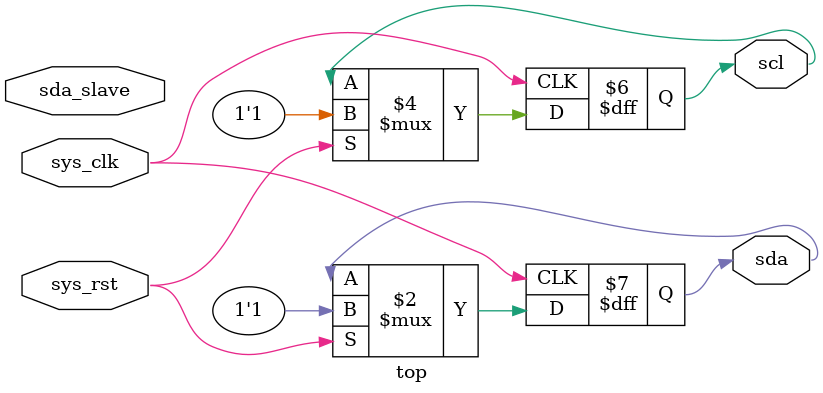
<source format=v>
`define IDLE 2'b00
`define START 2'b01
`define DATA_W 2'b10
`define DATA_R 2'b11
`define SLAVE_ADDR 7'b1100101

module top (sys_clk, sys_rst, scl, sda, sda_slave);

    // IO Signals from the top module
    input sys_clk;
    input sys_rst;
    output reg scl;
    output reg sda;
    input sda_slave;

    // State variable for the I2C FSM
    reg [1:0] i2c_state;

    // 8 bit data to be sent or received from the I2C Serial port
    // 3 bit counter (i.e. 0 to 7) for addressing 8 data bits
    reg [7:0] i2c_data;
    reg [2:0] i2c_data_cntr;

    always @(posedge sys_clk) begin
    	if (sys_rst) begin
            // Default status of the SCL and SDA lines is high (while reset it
            // won't matter infact)
    	    scl <= 1'b1;
    	    sda <= 1'b1;
    	end else begin
            case (i2c_state) 
                // I2C FSM
                `IDLE : begin
                end
                `START : begin
                end
                `DATA_W : begin
                end
                `DATA_R : begin
                end
                default : begin 
                end 
            endcase
    	end
    end
endmodule

</source>
